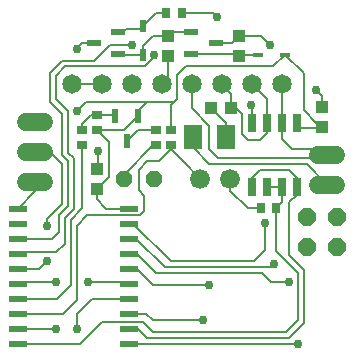
<source format=gbr>
G04 EAGLE Gerber RS-274X export*
G75*
%MOMM*%
%FSLAX34Y34*%
%LPD*%
%INBottom Copper*%
%IPPOS*%
%AMOC8*
5,1,8,0,0,1.08239X$1,22.5*%
G01*
%ADD10R,1.100000X1.000000*%
%ADD11R,1.000000X1.100000*%
%ADD12R,0.500000X1.000000*%
%ADD13R,0.650000X1.528000*%
%ADD14P,1.429621X8X22.500000*%
%ADD15C,1.680000*%
%ADD16R,1.250000X0.600000*%
%ADD17R,0.900000X0.700000*%
%ADD18R,1.600000X2.000000*%
%ADD19R,0.700000X0.900000*%
%ADD20R,0.840000X0.460000*%
%ADD21C,1.650000*%
%ADD22C,1.524000*%
%ADD23P,1.649562X8X292.500000*%
%ADD24R,1.600200X0.558800*%
%ADD25R,0.600000X1.250000*%
%ADD26C,0.200000*%
%ADD27C,0.756400*%


D10*
X29000Y215000D03*
X46000Y215000D03*
D11*
X122500Y199000D03*
X122500Y216000D03*
X-67500Y146500D03*
X-67500Y163500D03*
X-7500Y276000D03*
X-7500Y259000D03*
X52500Y259000D03*
X52500Y276000D03*
D12*
X-28900Y260100D03*
X-28900Y284100D03*
D13*
X101550Y147890D03*
X88850Y147890D03*
X76150Y147890D03*
X63450Y147890D03*
X63450Y202110D03*
X76150Y202110D03*
X88850Y202110D03*
X101550Y202110D03*
D14*
X-45200Y155000D03*
X-19800Y155000D03*
D15*
X19800Y155000D03*
X45200Y155000D03*
D16*
X-49500Y279550D03*
X-49500Y260450D03*
X-70500Y270000D03*
D17*
X-5000Y183500D03*
X-5000Y196500D03*
D18*
X41500Y190000D03*
X13500Y190000D03*
D17*
X-17500Y183500D03*
X-17500Y196500D03*
X-80000Y183500D03*
X-80000Y196500D03*
D19*
X71000Y130000D03*
X84000Y130000D03*
X4000Y295000D03*
X-9000Y295000D03*
D20*
X91500Y260000D03*
X68500Y260000D03*
D16*
X12000Y260500D03*
X12000Y279500D03*
X33000Y270000D03*
D21*
X-88900Y235000D03*
X-63500Y235000D03*
X-38100Y235000D03*
X-12700Y235000D03*
X12700Y235000D03*
X38100Y235000D03*
X63500Y235000D03*
X88900Y235000D03*
D22*
X119880Y149800D02*
X135120Y149800D01*
X135120Y175200D02*
X119880Y175200D01*
D23*
X109800Y122700D03*
X135200Y122700D03*
X109800Y97300D03*
X135200Y97300D03*
D24*
X-40383Y129650D03*
X-40383Y116950D03*
X-40383Y104250D03*
X-40383Y91550D03*
X-40383Y78850D03*
X-40383Y66150D03*
X-40383Y53450D03*
X-40383Y40750D03*
X-40383Y28050D03*
X-40383Y15350D03*
X-134617Y15350D03*
X-134617Y28050D03*
X-134617Y40750D03*
X-134617Y53450D03*
X-134617Y66150D03*
X-134617Y78850D03*
X-134617Y91550D03*
X-134617Y104250D03*
X-134617Y116950D03*
X-134617Y129650D03*
D22*
X-127620Y202900D02*
X-112380Y202900D01*
X-112380Y177500D02*
X-127620Y177500D01*
X-127620Y152100D02*
X-112380Y152100D01*
D17*
X-67500Y209000D03*
X-67500Y196000D03*
D25*
X-52050Y208000D03*
X-32950Y208000D03*
X-42500Y187000D03*
D26*
X63450Y202110D02*
X63450Y216550D01*
X62500Y217500D01*
D27*
X62500Y217500D03*
D26*
X122500Y216000D02*
X122500Y225000D01*
X117500Y230000D01*
D27*
X117500Y230000D03*
D26*
X71058Y276000D02*
X52500Y276000D01*
X71058Y276000D02*
X78963Y268095D01*
D27*
X78963Y268095D03*
D26*
X46500Y270000D02*
X33000Y270000D01*
X46500Y270000D02*
X52500Y276000D01*
X30487Y295000D02*
X4000Y295000D01*
X30487Y295000D02*
X33782Y291705D01*
D27*
X33782Y291705D03*
D26*
X-120000Y144267D02*
X-134617Y129650D01*
X-120000Y144267D02*
X-120000Y152100D01*
X-7500Y240200D02*
X-7500Y259000D01*
X-7500Y240200D02*
X-12700Y235000D01*
X60000Y130000D02*
X71000Y130000D01*
X45200Y144800D02*
X45200Y155000D01*
X45200Y144800D02*
X60000Y130000D01*
X-66787Y164213D02*
X-67500Y163500D01*
X-66787Y164213D02*
X-66787Y178218D01*
D27*
X-66787Y178218D03*
D26*
X63500Y235000D02*
X76150Y222350D01*
X76150Y202110D01*
X70000Y187500D02*
X60000Y187500D01*
X55000Y192500D01*
X55000Y210000D01*
X50000Y215000D01*
X46000Y215000D01*
X70000Y187500D02*
X76150Y193650D01*
X76150Y202110D01*
X46000Y215000D02*
X46000Y227100D01*
X38100Y235000D01*
X88900Y235000D02*
X88900Y202170D01*
X88850Y202110D01*
X122700Y180000D02*
X127500Y175200D01*
X88850Y188650D02*
X88850Y202110D01*
X97500Y180000D02*
X122700Y180000D01*
X97500Y180000D02*
X88850Y188650D01*
X124800Y172500D02*
X127500Y175200D01*
X124800Y172500D02*
X90000Y172500D01*
X87500Y172500D01*
X35000Y172500D01*
X27500Y180000D01*
X12700Y214800D02*
X12700Y235000D01*
X27500Y200000D02*
X27500Y180000D01*
X27500Y200000D02*
X12700Y214800D01*
X101550Y202110D02*
X102500Y201170D01*
X102500Y197500D01*
X121000Y197500D01*
X122500Y199000D01*
X120000Y201500D01*
X120000Y202500D01*
X117500Y202500D01*
X107218Y212782D01*
X107218Y244282D02*
X91500Y260000D01*
X107218Y244282D02*
X107218Y212782D01*
X-2500Y220000D02*
X-25000Y220000D01*
X-5000Y217500D02*
X-2500Y220000D01*
X0Y222500D01*
X-5000Y217500D02*
X-5000Y196500D01*
X0Y242500D02*
X7500Y250000D01*
X81500Y250000D02*
X91500Y260000D01*
X0Y242500D02*
X0Y222500D01*
X7500Y250000D02*
X81500Y250000D01*
X-40383Y129650D02*
X-59650Y129650D01*
X-67500Y137500D02*
X-67500Y146500D01*
X-67500Y137500D02*
X-59650Y129650D01*
X-67500Y146500D02*
X-57500Y156500D01*
D27*
X-84718Y212500D03*
D26*
X-77218Y220000D01*
X-25000Y220000D01*
X-32950Y212050D02*
X-32950Y208000D01*
X-32950Y212050D02*
X-25000Y220000D01*
X-32950Y208000D02*
X-44700Y196250D01*
X-57500Y186000D02*
X-67500Y196000D01*
X-57500Y186000D02*
X-57500Y156500D01*
X-67250Y196250D02*
X-44700Y196250D01*
X-67250Y196250D02*
X-67500Y196000D01*
X109800Y167500D02*
X127500Y149800D01*
X27500Y167500D02*
X13500Y181500D01*
X13500Y190000D01*
X27500Y167500D02*
X109800Y167500D01*
D27*
X27500Y65000D03*
D26*
X-33850Y78850D02*
X-40383Y78850D01*
X-20000Y65000D02*
X27500Y65000D01*
X-20000Y65000D02*
X-33850Y78850D01*
D27*
X22500Y35282D03*
D26*
X22218Y35000D01*
X-20000Y35000D01*
X-25750Y40750D02*
X-40383Y40750D01*
X-25750Y40750D02*
X-20000Y35000D01*
D27*
X102500Y15000D03*
D26*
X-40033Y15000D02*
X-40383Y15350D01*
X-40033Y15000D02*
X102500Y15000D01*
D27*
X-85000Y27500D03*
D26*
X-85000Y40000D01*
X-71550Y53450D02*
X-40383Y53450D01*
X-71550Y53450D02*
X-85000Y40000D01*
D27*
X-102500Y27500D03*
D26*
X-134067Y27500D01*
X-134617Y28050D01*
X-134617Y66150D02*
X-133267Y67500D01*
X-102782Y67500D01*
D27*
X-102782Y67500D03*
D26*
X-20000Y183500D02*
X-17500Y183500D01*
X-20000Y183500D02*
X-45200Y158300D01*
X-45200Y155000D01*
X-80000Y201500D02*
X-72500Y209000D01*
X-80000Y201500D02*
X-80000Y196500D01*
X-72500Y209000D02*
X-67500Y209000D01*
X-53050Y209000D02*
X-52050Y208000D01*
X-53050Y209000D02*
X-67500Y209000D01*
X-49500Y279550D02*
X-45450Y279550D01*
X-31400Y281600D02*
X-28900Y284100D01*
X-31400Y281600D02*
X-43400Y281600D01*
X-45450Y279550D01*
X-28900Y284100D02*
X-18000Y295000D01*
X-9000Y295000D01*
X-4000Y279500D02*
X12000Y279500D01*
X-4000Y279500D02*
X-7500Y276000D01*
X-20000Y276000D01*
X-28900Y267100D01*
X-28900Y260100D01*
X-49150Y260100D01*
X-49500Y260450D01*
X-63500Y235000D02*
X-88900Y235000D01*
D27*
X-85000Y265000D03*
D26*
X-80000Y270000D01*
X-70500Y270000D01*
X52500Y259000D02*
X53500Y260000D01*
X68500Y260000D01*
X53000Y260500D02*
X12000Y260500D01*
X53000Y260500D02*
X53500Y260000D01*
D27*
X-75000Y67500D03*
D26*
X-41733Y67500D01*
X-40383Y66150D01*
D27*
X94718Y67500D03*
D26*
X79718Y67500D01*
X72218Y75000D01*
X-34050Y91550D02*
X-40383Y91550D01*
X-17500Y75000D02*
X72218Y75000D01*
X-17500Y75000D02*
X-34050Y91550D01*
D27*
X75000Y117500D03*
D26*
X-36950Y116950D02*
X-40383Y116950D01*
X-36950Y116950D02*
X-5000Y85000D01*
X65000Y85000D01*
X75000Y95000D02*
X75000Y117500D01*
X75000Y95000D02*
X65000Y85000D01*
D27*
X82500Y82500D03*
D26*
X80000Y80000D01*
X-10000Y80000D01*
X-34250Y104250D02*
X-40383Y104250D01*
X-34250Y104250D02*
X-10000Y80000D01*
X-116432Y78850D02*
X-134617Y78850D01*
X-116432Y78850D02*
X-110282Y85000D01*
D27*
X-110282Y85000D03*
X-110000Y115000D03*
D26*
X-110000Y121213D01*
X-97500Y133713D01*
X-97500Y167500D01*
X-107500Y177500D01*
X-120000Y177500D01*
X-134617Y53450D02*
X-101550Y53450D01*
X-90000Y65000D01*
X-90000Y120000D01*
X-80000Y130000D01*
X-80000Y183500D01*
X-32500Y145000D02*
X-27500Y140000D01*
X-32500Y145000D02*
X-32500Y162500D01*
X-27500Y140000D02*
X-27500Y127495D01*
X-31139Y123856D01*
X-96750Y40750D02*
X-134617Y40750D01*
X-96750Y40750D02*
X-85000Y52500D01*
X-85000Y115000D01*
X-76144Y123856D02*
X-31139Y123856D01*
X-76144Y123856D02*
X-85000Y115000D01*
X-5000Y179800D02*
X-5000Y183500D01*
X-5000Y179800D02*
X4900Y169900D01*
X19800Y155000D01*
X-15000Y169900D02*
X-25100Y169900D01*
X-32500Y162500D01*
X-5000Y179900D02*
X-5000Y183500D01*
X-5000Y179900D02*
X-15000Y169900D01*
X-95000Y100000D02*
X-102218Y92782D01*
X-95000Y100000D02*
X-95000Y122071D01*
X-87500Y129571D02*
X-87500Y172071D01*
X-87500Y129571D02*
X-95000Y122071D01*
X-87500Y172071D02*
X-92500Y177071D01*
X-92500Y212071D02*
X-102714Y222286D01*
X-92500Y212071D02*
X-92500Y177071D01*
X-102714Y222286D02*
X-102714Y242286D01*
X-95000Y250000D01*
D27*
X-19282Y260000D03*
D26*
X-18400Y259118D01*
X-18400Y258857D01*
X-27257Y250000D01*
X-95000Y250000D01*
X-102218Y92782D02*
X-133385Y92782D01*
X-134617Y91550D01*
X-105750Y104250D02*
X-100000Y110000D01*
X-100000Y124142D01*
X-92500Y131642D01*
X-92500Y170000D01*
X-97500Y175000D01*
X-97500Y210000D02*
X-107714Y220214D01*
X-97500Y210000D02*
X-97500Y175000D01*
X-107714Y220214D02*
X-107714Y244357D01*
X-97071Y255000D01*
X-56954Y268046D02*
X-38046Y268046D01*
D27*
X-38046Y268046D03*
D26*
X-70000Y255000D02*
X-97071Y255000D01*
X-70000Y255000D02*
X-56954Y268046D01*
X-105750Y104250D02*
X-134617Y104250D01*
X-134617Y15350D02*
X-82150Y15350D01*
X-28844Y33844D02*
X-20000Y25000D01*
X92500Y25000D01*
X102500Y35000D01*
X102500Y75000D01*
X84000Y93500D02*
X84000Y130000D01*
X-63656Y33844D02*
X-82150Y15350D01*
X-63656Y33844D02*
X-28844Y33844D01*
X84000Y93500D02*
X102500Y75000D01*
X84000Y130000D02*
X88850Y134850D01*
X88850Y147890D01*
X76150Y147890D01*
X95000Y90000D02*
X107500Y77500D01*
X95000Y90000D02*
X95000Y135000D01*
X101550Y141550D02*
X101550Y147890D01*
X107500Y77500D02*
X107500Y32500D01*
X95000Y135000D02*
X101550Y141550D01*
X-33050Y28050D02*
X-40383Y28050D01*
X-33050Y28050D02*
X-25000Y20000D01*
X95000Y20000D01*
X107500Y32500D01*
X101550Y147890D02*
X101550Y155950D01*
X95000Y162500D01*
X70000Y162500D01*
X63450Y155950D02*
X63450Y147890D01*
X63450Y155950D02*
X70000Y162500D01*
X41500Y190000D02*
X41500Y202500D01*
X29000Y215000D01*
X-33000Y196500D02*
X-42500Y187000D01*
X-33000Y196500D02*
X-17500Y196500D01*
M02*

</source>
